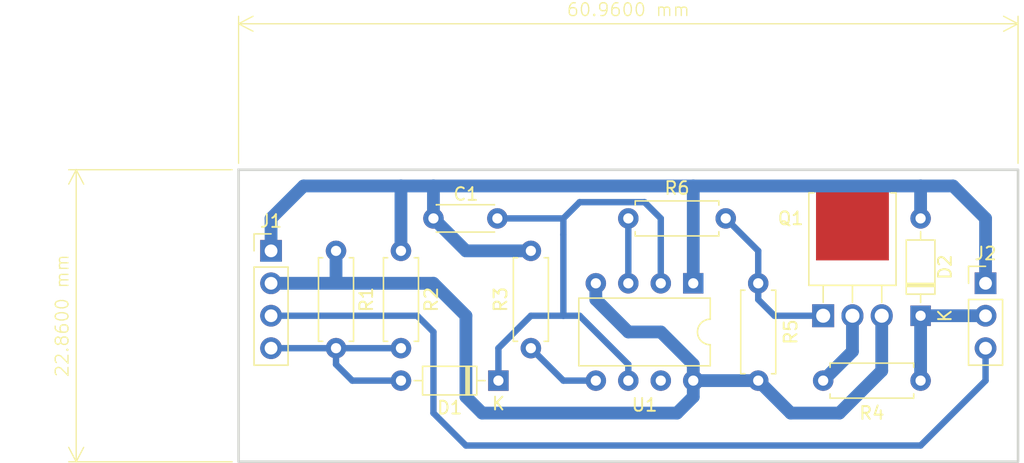
<source format=kicad_pcb>
(kicad_pcb (version 20240108) (generator "pcbnew") (generator_version "8.0")
  (layers (0 "F.Cu" signal) (31 "B.Cu" signal) (34 "B.Paste" user) (35 "F.Paste" user) (36 "B.SilkS" user "B.Silkscreen") (37 "F.SilkS" user "F.Silkscreen") (38 "B.Mask" user) (39 "F.Mask" user) (44 "Edge.Cuts" user))
  (net 0 "")
  (net 1 "Net-(D1-K)")
  (net 2 "GND")
  (net 3 "/PWM")
  (net 4 "/RPM")
  (net 5 "+12V")
  (net 6 "Net-(Q1-G)")
  (net 7 "Net-(Q1-D)")
  (net 8 "Net-(U1-CV)")
  (net 9 "Net-(U1-Q)")
  (net 11 "Net-(D2-K)")
  (footprint "Resistor_THT:R_Axial_DIN0207_L6.3mm_D2.5mm_P7.62mm_Horizontal" (layer "F.Cu") (at 134.62 53.34)
    (property "Reference" "R4" (at 3.81 2.54 360) (layer "F.SilkS"))
    (property "Value" "68")
    (fp_line (start 0.54 -1.37) (end 7.08 -1.37) (stroke (width 0.12)) (layer "F.SilkS"))
    (fp_line (start 0.54 -1.04) (end 0.54 -1.37) (stroke (width 0.12)) (layer "F.SilkS"))
    (fp_line (start 0.54 1.04) (end 0.54 1.37) (stroke (width 0.12)) (layer "F.SilkS"))
    (fp_line (start 0.54 1.37) (end 7.08 1.37) (stroke (width 0.12)) (layer "F.SilkS"))
    (fp_line (start 7.08 -1.37) (end 7.08 -1.04) (stroke (width 0.12)) (layer "F.SilkS"))
    (fp_line (start 7.08 1.37) (end 7.08 1.04) (stroke (width 0.12)) (layer "F.SilkS"))
    (pad "1" thru_hole circle (at 0 0) (size 1.6 1.6) (drill 0.8) (layers "*.Cu" "*.Mask") (net 7 "Net-(Q1-D)"))
    (pad "2" thru_hole oval (at 7.62 0) (size 1.6 1.6) (drill 0.8) (layers "*.Cu" "*.Mask") (net 11 "Net-(D2-K)"))
  )
  (footprint "Resistor_THT:R_Axial_DIN0207_L6.3mm_D2.5mm_P7.62mm_Horizontal" (layer "F.Cu") (at 119.38 40.64)
    (property "Reference" "R6" (at 3.81 -2.37 0) (layer "F.SilkS"))
    (property "Value" "10K")
    (fp_line (start 0.54 -1.37) (end 7.08 -1.37) (stroke (width 0.12)) (layer "F.SilkS"))
    (fp_line (start 0.54 -1.04) (end 0.54 -1.37) (stroke (width 0.12)) (layer "F.SilkS"))
    (fp_line (start 0.54 1.04) (end 0.54 1.37) (stroke (width 0.12)) (layer "F.SilkS"))
    (fp_line (start 0.54 1.37) (end 7.08 1.37) (stroke (width 0.12)) (layer "F.SilkS"))
    (fp_line (start 7.08 -1.37) (end 7.08 -1.04) (stroke (width 0.12)) (layer "F.SilkS"))
    (fp_line (start 7.08 1.37) (end 7.08 1.04) (stroke (width 0.12)) (layer "F.SilkS"))
    (pad "1" thru_hole circle (at 0 0) (size 1.6 1.6) (drill 0.8) (layers "*.Cu" "*.Mask") (net 9 "Net-(U1-Q)"))
    (pad "2" thru_hole oval (at 7.62 0) (size 1.6 1.6) (drill 0.8) (layers "*.Cu" "*.Mask") (net 6 "Net-(Q1-G)"))
  )
  (footprint "Diode_THT:D_DO-35_SOD27_P7.62mm_Horizontal" (layer "F.Cu") (at 109.22 53.34 180)
    (property "Reference" "D1" (at 3.81 -2.12 360) (layer "F.SilkS"))
    (property "Value" "D_Schottky")
    (fp_line (start 6.58 0) (end 5.93 0) (stroke (width 0.12)) (layer "F.SilkS"))
    (fp_line (start 5.93 1.12) (end 5.93 -1.12) (stroke (width 0.12)) (layer "F.SilkS"))
    (fp_line (start 5.93 -1.12) (end 1.69 -1.12) (stroke (width 0.12)) (layer "F.SilkS"))
    (fp_line (start 2.53 -1.12) (end 2.53 1.12) (stroke (width 0.12)) (layer "F.SilkS"))
    (fp_line (start 2.41 -1.12) (end 2.41 1.12) (stroke (width 0.12)) (layer "F.SilkS"))
    (fp_line (start 2.29 -1.12) (end 2.29 1.12) (stroke (width 0.12)) (layer "F.SilkS"))
    (fp_line (start 1.69 1.12) (end 5.93 1.12) (stroke (width 0.12)) (layer "F.SilkS"))
    (fp_line (start 1.69 -1.12) (end 1.69 1.12) (stroke (width 0.12)) (layer "F.SilkS"))
    (fp_line (start 1.04 0) (end 1.69 0) (stroke (width 0.12)) (layer "F.SilkS"))
    (fp_text user "K" (at 0 -1.8 360) (layer "F.SilkS"))
    (pad "1" thru_hole rect (at 0 0 180) (size 1.6 1.6) (drill 0.8) (layers "*.Cu" "*.Mask") (net 1 "Net-(D1-K)"))
    (pad "2" thru_hole oval (at 7.62 0 180) (size 1.6 1.6) (drill 0.8) (layers "*.Cu" "*.Mask") (net 3 "/PWM"))
  )
  (footprint "Package_DIP:DIP-8_W7.62mm" (layer "F.Cu") (at 124.46 45.72 -90)
    (property "Reference" "U1" (at 9.525 3.81 180) (layer "F.SilkS"))
    (property "Value" "SA555P")
    (fp_line (start 1.16 8.95) (end 6.46 8.95) (stroke (width 0.12)) (layer "F.SilkS"))
    (fp_line (start 6.46 8.95) (end 6.46 -1.33) (stroke (width 0.12)) (layer "F.SilkS"))
    (fp_line (start 1.16 -1.33) (end 1.16 8.95) (stroke (width 0.12)) (layer "F.SilkS"))
    (fp_line (start 2.81 -1.33) (end 1.16 -1.33) (stroke (width 0.12)) (layer "F.SilkS"))
    (fp_line (start 6.46 -1.33) (end 4.81 -1.33) (stroke (width 0.12)) (layer "F.SilkS"))
    (fp_arc (start 4.81 -1.33) (mid 3.81 -0.33) (end 2.81 -1.33) (stroke (width 0.12)) (layer "F.SilkS"))
    (pad "1" thru_hole rect (at 0 0 270) (size 1.6 1.6) (drill 0.8) (layers "*.Cu" "*.Mask") (net 2 "GND"))
    (pad "2" thru_hole oval (at 0 2.54 270) (size 1.6 1.6) (drill 0.8) (layers "*.Cu" "*.Mask") (net 1 "Net-(D1-K)"))
    (pad "3" thru_hole oval (at 0 5.08 270) (size 1.6 1.6) (drill 0.8) (layers "*.Cu" "*.Mask") (net 9 "Net-(U1-Q)"))
    (pad "4" thru_hole oval (at 0 7.62 270) (size 1.6 1.6) (drill 0.8) (layers "*.Cu" "*.Mask") (net 5 "+12V"))
    (pad "5" thru_hole oval (at 7.62 7.62 270) (size 1.6 1.6) (drill 0.8) (layers "*.Cu" "*.Mask") (net 8 "Net-(U1-CV)"))
    (pad "6" thru_hole oval (at 7.62 5.08 270) (size 1.6 1.6) (drill 0.8) (layers "*.Cu" "*.Mask") (net 1 "Net-(D1-K)"))
    (pad "7" thru_hole oval (at 7.62 2.54 270) (size 1.6 1.6) (drill 0.8) (layers "*.Cu" "*.Mask"))
    (pad "8" thru_hole oval (at 7.62 0 270) (size 1.6 1.6) (drill 0.8) (layers "*.Cu" "*.Mask") (net 5 "+12V"))
  )
  (footprint "Resistor_THT:R_Axial_DIN0207_L6.3mm_D2.5mm_P7.62mm_Horizontal" (layer "F.Cu") (at 129.54 53.34 90)
    (property "Reference" "R5" (at 3.81 2.54 90) (layer "F.SilkS"))
    (property "Value" "10K")
    (fp_line (start 7.08 -1.37) (end 7.08 -1.04) (stroke (width 0.12)) (layer "F.SilkS"))
    (fp_line (start 0.54 -1.37) (end 7.08 -1.37) (stroke (width 0.12)) (layer "F.SilkS"))
    (fp_line (start 0.54 -1.04) (end 0.54 -1.37) (stroke (width 0.12)) (layer "F.SilkS"))
    (fp_line (start 0.54 1.04) (end 0.54 1.37) (stroke (width 0.12)) (layer "F.SilkS"))
    (fp_line (start 7.08 1.37) (end 7.08 1.04) (stroke (width 0.12)) (layer "F.SilkS"))
    (fp_line (start 0.54 1.37) (end 7.08 1.37) (stroke (width 0.12)) (layer "F.SilkS"))
    (pad "1" thru_hole circle (at 0 0 90) (size 1.6 1.6) (drill 0.8) (layers "*.Cu" "*.Mask") (net 5 "+12V"))
    (pad "2" thru_hole oval (at 7.62 0 90) (size 1.6 1.6) (drill 0.8) (layers "*.Cu" "*.Mask") (net 6 "Net-(Q1-G)"))
  )
  (footprint "Resistor_THT:R_Axial_DIN0207_L6.3mm_D2.5mm_P7.62mm_Horizontal" (layer "F.Cu") (at 111.76 50.8 90)
    (property "Reference" "R3" (at 3.81 -2.37 90) (layer "F.SilkS"))
    (property "Value" "1.5K")
    (fp_line (start 7.08 -1.37) (end 7.08 -1.04) (stroke (width 0.12)) (layer "F.SilkS"))
    (fp_line (start 0.54 -1.37) (end 7.08 -1.37) (stroke (width 0.12)) (layer "F.SilkS"))
    (fp_line (start 0.54 -1.04) (end 0.54 -1.37) (stroke (width 0.12)) (layer "F.SilkS"))
    (fp_line (start 0.54 1.04) (end 0.54 1.37) (stroke (width 0.12)) (layer "F.SilkS"))
    (fp_line (start 7.08 1.37) (end 7.08 1.04) (stroke (width 0.12)) (layer "F.SilkS"))
    (fp_line (start 0.54 1.37) (end 7.08 1.37) (stroke (width 0.12)) (layer "F.SilkS"))
    (pad "1" thru_hole circle (at 0 0 90) (size 1.6 1.6) (drill 0.8) (layers "*.Cu" "*.Mask") (net 8 "Net-(U1-CV)"))
    (pad "2" thru_hole oval (at 7.62 0 90) (size 1.6 1.6) (drill 0.8) (layers "*.Cu" "*.Mask") (net 2 "GND"))
  )
  (footprint "Connector_PinHeader_2.54mm:PinHeader_1x04_P2.54mm_Vertical" (layer "F.Cu") (at 91.44 43.18)
    (property "Reference" "J1" (at 0 -2.33 0) (layer "F.SilkS"))
    (property "Value" "Fan_in")
    (fp_line (start -1.33 -1.33) (end 0 -1.33) (stroke (width 0.12)) (layer "F.SilkS"))
    (fp_line (start -1.33 0) (end -1.33 -1.33) (stroke (width 0.12)) (layer "F.SilkS"))
    (fp_line (start -1.33 1.27) (end -1.33 8.95) (stroke (width 0.12)) (layer "F.SilkS"))
    (fp_line (start -1.33 1.27) (end 1.33 1.27) (stroke (width 0.12)) (layer "F.SilkS"))
    (fp_line (start -1.33 8.95) (end 1.33 8.95) (stroke (width 0.12)) (layer "F.SilkS"))
    (fp_line (start 1.33 1.27) (end 1.33 8.95) (stroke (width 0.12)) (layer "F.SilkS"))
    (pad "1" thru_hole rect (at 0 0) (size 1.7 1.7) (drill 1) (layers "*.Cu" "*.Mask") (net 2 "GND"))
    (pad "2" thru_hole oval (at 0 2.54) (size 1.7 1.7) (drill 1) (layers "*.Cu" "*.Mask") (net 5 "+12V"))
    (pad "3" thru_hole oval (at 0 5.08) (size 1.7 1.7) (drill 1) (layers "*.Cu" "*.Mask") (net 4 "/RPM"))
    (pad "4" thru_hole oval (at 0 7.62) (size 1.7 1.7) (drill 1) (layers "*.Cu" "*.Mask") (net 3 "/PWM"))
  )
  (footprint "Connector_PinHeader_2.54mm:PinHeader_1x03_P2.54mm_Vertical" (layer "F.Cu") (at 147.32 45.72)
    (property "Reference" "J2" (at 0 -2.33 0) (layer "F.SilkS"))
    (property "Value" "Fan_out")
    (fp_line (start -1.33 -1.33) (end 0 -1.33) (stroke (width 0.12)) (layer "F.SilkS"))
    (fp_line (start -1.33 0) (end -1.33 -1.33) (stroke (width 0.12)) (layer "F.SilkS"))
    (fp_line (start -1.33 1.27) (end -1.33 6.41) (stroke (width 0.12)) (layer "F.SilkS"))
    (fp_line (start -1.33 1.27) (end 1.33 1.27) (stroke (width 0.12)) (layer "F.SilkS"))
    (fp_line (start -1.33 6.41) (end 1.33 6.41) (stroke (width 0.12)) (layer "F.SilkS"))
    (fp_line (start 1.33 1.27) (end 1.33 6.41) (stroke (width 0.12)) (layer "F.SilkS"))
    (pad "1" thru_hole rect (at 0 0) (size 1.7 1.7) (drill 1) (layers "*.Cu" "*.Mask") (net 2 "GND"))
    (pad "2" thru_hole oval (at 0 2.54) (size 1.7 1.7) (drill 1) (layers "*.Cu" "*.Mask") (net 11 "Net-(D2-K)"))
    (pad "3" thru_hole oval (at 0 5.08) (size 1.7 1.7) (drill 1) (layers "*.Cu" "*.Mask") (net 4 "/RPM"))
  )
  (footprint "Diode_THT:D_DO-35_SOD27_P7.62mm_Horizontal" (layer "F.Cu") (at 142.24 48.26 90)
    (property "Reference" "D2" (at 3.81 1.905 90) (layer "F.SilkS"))
    (property "Value" "D")
    (fp_line (start 5.93 -1.12) (end 1.69 -1.12) (stroke (width 0.12)) (layer "F.SilkS"))
    (fp_line (start 2.53 -1.12) (end 2.53 1.12) (stroke (width 0.12)) (layer "F.SilkS"))
    (fp_line (start 2.41 -1.12) (end 2.41 1.12) (stroke (width 0.12)) (layer "F.SilkS"))
    (fp_line (start 2.29 -1.12) (end 2.29 1.12) (stroke (width 0.12)) (layer "F.SilkS"))
    (fp_line (start 1.69 -1.12) (end 1.69 1.12) (stroke (width 0.12)) (layer "F.SilkS"))
    (fp_line (start 6.58 0) (end 5.93 0) (stroke (width 0.12)) (layer "F.SilkS"))
    (fp_line (start 1.04 0) (end 1.69 0) (stroke (width 0.12)) (layer "F.SilkS"))
    (fp_line (start 5.93 1.12) (end 5.93 -1.12) (stroke (width 0.12)) (layer "F.SilkS"))
    (fp_line (start 1.69 1.12) (end 5.93 1.12) (stroke (width 0.12)) (layer "F.SilkS"))
    (fp_text user "K" (at 0 1.905 90) (layer "F.SilkS"))
    (pad "1" thru_hole rect (at 0 0 90) (size 1.6 1.6) (drill 0.8) (layers "*.Cu" "*.Mask") (net 11 "Net-(D2-K)"))
    (pad "2" thru_hole oval (at 7.62 0 90) (size 1.6 1.6) (drill 0.8) (layers "*.Cu" "*.Mask") (net 2 "GND"))
  )
  (footprint "Resistor_THT:R_Axial_DIN0207_L6.3mm_D2.5mm_P7.62mm_Horizontal" (layer "F.Cu") (at 101.6 43.18 -90)
    (property "Reference" "R2" (at 3.81 -2.37 90) (layer "F.SilkS"))
    (property "Value" "3.3K")
    (fp_line (start 0.54 1.37) (end 7.08 1.37) (stroke (width 0.12)) (layer "F.SilkS"))
    (fp_line (start 7.08 1.37) (end 7.08 1.04) (stroke (width 0.12)) (layer "F.SilkS"))
    (fp_line (start 0.54 1.04) (end 0.54 1.37) (stroke (width 0.12)) (layer "F.SilkS"))
    (fp_line (start 0.54 -1.04) (end 0.54 -1.37) (stroke (width 0.12)) (layer "F.SilkS"))
    (fp_line (start 0.54 -1.37) (end 7.08 -1.37) (stroke (width 0.12)) (layer "F.SilkS"))
    (fp_line (start 7.08 -1.37) (end 7.08 -1.04) (stroke (width 0.12)) (layer "F.SilkS"))
    (pad "1" thru_hole circle (at 0 0 270) (size 1.6 1.6) (drill 0.8) (layers "*.Cu" "*.Mask") (net 2 "GND"))
    (pad "2" thru_hole oval (at 7.62 0 270) (size 1.6 1.6) (drill 0.8) (layers "*.Cu" "*.Mask") (net 3 "/PWM"))
  )
  (footprint "Resistor_THT:R_Axial_DIN0207_L6.3mm_D2.5mm_P7.62mm_Horizontal" (layer "F.Cu") (at 96.52 43.18 -90)
    (property "Reference" "R1" (at 3.81 -2.37 90) (layer "F.SilkS"))
    (property "Value" "10K")
    (fp_line (start 0.54 1.37) (end 7.08 1.37) (stroke (width 0.12)) (layer "F.SilkS"))
    (fp_line (start 7.08 1.37) (end 7.08 1.04) (stroke (width 0.12)) (layer "F.SilkS"))
    (fp_line (start 0.54 1.04) (end 0.54 1.37) (stroke (width 0.12)) (layer "F.SilkS"))
    (fp_line (start 0.54 -1.04) (end 0.54 -1.37) (stroke (width 0.12)) (layer "F.SilkS"))
    (fp_line (start 0.54 -1.37) (end 7.08 -1.37) (stroke (width 0.12)) (layer "F.SilkS"))
    (fp_line (start 7.08 -1.37) (end 7.08 -1.04) (stroke (width 0.12)) (layer "F.SilkS"))
    (pad "1" thru_hole circle (at 0 0 270) (size 1.6 1.6) (drill 0.8) (layers "*.Cu" "*.Mask") (net 5 "+12V"))
    (pad "2" thru_hole oval (at 7.62 0 270) (size 1.6 1.6) (drill 0.8) (layers "*.Cu" "*.Mask") (net 3 "/PWM"))
  )
  (footprint "Package_TO_SOT_THT:TO-251-3-1EP_Horizontal_TabDown" (layer "F.Cu") (at 134.62 48.26)
    (property "Reference" "Q1" (at -2.54 -7.62 360) (layer "F.SilkS"))
    (property "Value" "IRFU5305PbF")
    (fp_line (start -1.12 -9.62) (end -1.12 -2.38) (stroke (width 0.12)) (layer "F.SilkS"))
    (fp_line (start -1.12 -9.62) (end -0.711 -9.62) (stroke (width 0.12)) (layer "F.SilkS"))
    (fp_line (start -1.12 -2.38) (end 5.7 -2.38) (stroke (width 0.12)) (layer "F.SilkS"))
    (fp_line (start 0 -2.38) (end 0 -1.05) (stroke (width 0.12)) (layer "F.SilkS"))
    (fp_line (start 2.29 -2.38) (end 2.29 -1.05) (stroke (width 0.12)) (layer "F.SilkS"))
    (fp_line (start 4.58 -2.38) (end 4.58 -1.05) (stroke (width 0.12)) (layer "F.SilkS"))
    (fp_line (start 5.291 -9.62) (end 5.7 -9.62) (stroke (width 0.12)) (layer "F.SilkS"))
    (fp_line (start 5.7 -9.62) (end 5.7 -2.38) (stroke (width 0.12)) (layer "F.SilkS"))
    (pad "1" thru_hole rect (at 0 0) (size 1.7175 1.8) (drill 1.1) (layers "*.Cu" "*.Mask") (net 6 "Net-(Q1-G)"))
    (pad "2" thru_hole oval (at 2.29 0) (size 1.7175 1.8) (drill 1.1) (layers "*.Cu" "*.Mask") (net 7 "Net-(Q1-D)"))
    (pad "3" thru_hole oval (at 4.58 0) (size 1.7175 1.8) (drill 1.1) (layers "*.Cu" "*.Mask") (net 5 "+12V"))
    (pad "4" smd rect (at 2.29 -7.433333) (size 5.7 6.2) (layers "F.Cu" "F.Paste" "F.Mask"))
  )
  (footprint "Capacitor_THT:C_Disc_D4.3mm_W1.9mm_P5.00mm" (layer "F.Cu") (at 109.14 40.64 180)
    (property "Reference" "C1" (at 2.46 1.905 360) (layer "F.SilkS"))
    (property "Value" "10nF")
    (fp_line (start 4.77 1.055) (end 4.77 1.07) (stroke (width 0.12)) (layer "F.SilkS"))
    (fp_line (start 4.77 -1.07) (end 4.77 -1.055) (stroke (width 0.12)) (layer "F.SilkS"))
    (fp_line (start 0.23 1.07) (end 4.77 1.07) (stroke (width 0.12)) (layer "F.SilkS"))
    (fp_line (start 0.23 1.055) (end 0.23 1.07) (stroke (width 0.12)) (layer "F.SilkS"))
    (fp_line (start 0.23 -1.07) (end 4.77 -1.07) (stroke (width 0.12)) (layer "F.SilkS"))
    (fp_line (start 0.23 -1.07) (end 0.23 -1.055) (stroke (width 0.12)) (layer "F.SilkS"))
    (pad "1" thru_hole circle (at 0 0 180) (size 1.6 1.6) (drill 0.8) (layers "*.Cu" "*.Mask") (net 1 "Net-(D1-K)"))
    (pad "2" thru_hole circle (at 5 0 180) (size 1.6 1.6) (drill 0.8) (layers "*.Cu" "*.Mask") (net 2 "GND"))
  )
  (gr_rect (start 88.9 36.83) (end 149.86 59.69) (stroke (width 0.2)) (fill none) (layer "Edge.Cuts"))
  (dimension (type aligned) (layer "F.SilkS") (pts (xy 88.9 36.83) (xy 88.9 59.69)) (height 12.7) (gr_text "22.8600 mm" (at 75.1 48.26 90) (layer "F.SilkS") (effects (font (size 1 1) (thickness 0.1)))) (format (prefix "") (suffix "") (units 3) (units_format 1) (precision 4)) (style (thickness 0.1) (arrow_length 1.27) (text_position_mode 0) (extension_height 0.58642) (extension_offset 0.5) keep_text_aligned))
  (dimension (type aligned) (layer "F.SilkS") (pts (xy 88.9 36.83) (xy 149.86 36.83)) (height -11.43) (gr_text "60.9600 mm" (at 119.38 24.3 0) (layer "F.SilkS") (effects (font (size 1 1) (thickness 0.1)))) (format (prefix "") (suffix "") (units 3) (units_format 1) (precision 4)) (style (thickness 0.1) (arrow_length 1.27) (text_position_mode 0) (extension_height 0.58642) (extension_offset 0.5) keep_text_aligned))
  (segment (start 119.38 53.34) (end 119.38 52.07) (width 0.5) (layer "B.Cu") (net 1))
  (segment (start 121.92 45.72) (end 121.92 40.64) (width 0.5) (layer "B.Cu") (net 1))
  (segment (start 115.57 39.37) (end 114.3 40.64) (width 0.5) (layer "B.Cu") (net 1))
  (segment (start 109.14 40.64) (end 114.3 40.64) (width 0.5) (layer "B.Cu") (net 1))
  (segment (start 120.65 39.37) (end 115.57 39.37) (width 0.5) (layer "B.Cu") (net 1))
  (segment (start 121.92 40.64) (end 120.65 39.37) (width 0.5) (layer "B.Cu") (net 1))
  (segment (start 109.22 50.8) (end 111.76 48.26) (width 0.5) (layer "B.Cu") (net 1))
  (segment (start 119.38 52.07) (end 115.57 48.26) (width 0.5) (layer "B.Cu") (net 1))
  (segment (start 109.22 53.34) (end 109.22 50.8) (width 0.5) (layer "B.Cu") (net 1))
  (segment (start 114.3 41.91) (end 114.3 40.64) (width 0.5) (layer "B.Cu") (net 1))
  (segment (start 111.76 48.26) (end 114.3 48.26) (width 0.5) (layer "B.Cu") (net 1))
  (segment (start 114.3 48.26) (end 114.3 41.91) (width 0.5) (layer "B.Cu") (net 1))
  (segment (start 114.3 48.26) (end 115.57 48.26) (width 0.5) (layer "B.Cu") (net 1))
  (segment (start 101.6 38.1) (end 104.14 38.1) (width 1) (layer "B.Cu") (net 2))
  (segment (start 91.44 40.64) (end 93.98 38.1) (width 1) (layer "B.Cu") (net 2))
  (segment (start 147.32 40.64) (end 147.32 45.72) (width 1) (layer "B.Cu") (net 2))
  (segment (start 144.78 38.1) (end 147.32 40.64) (width 1) (layer "B.Cu") (net 2))
  (segment (start 124.46 38.1) (end 142.24 38.1) (width 1) (layer "B.Cu") (net 2))
  (segment (start 91.44 43.18) (end 91.44 40.64) (width 1) (layer "B.Cu") (net 2))
  (segment (start 104.14 38.1) (end 124.46 38.1) (width 1) (layer "B.Cu") (net 2))
  (segment (start 104.14 40.64) (end 104.14 38.1) (width 1) (layer "B.Cu") (net 2))
  (segment (start 106.68 43.18) (end 104.14 40.64) (width 1) (layer "B.Cu") (net 2))
  (segment (start 111.76 43.18) (end 106.68 43.18) (width 1) (layer "B.Cu") (net 2))
  (segment (start 142.24 38.1) (end 142.24 40.64) (width 1) (layer "B.Cu") (net 2))
  (segment (start 124.46 45.72) (end 124.46 38.1) (width 1) (layer "B.Cu") (net 2))
  (segment (start 142.24 38.1) (end 144.78 38.1) (width 1) (layer "B.Cu") (net 2))
  (segment (start 93.98 38.1) (end 101.6 38.1) (width 1) (layer "B.Cu") (net 2))
  (segment (start 101.6 43.18) (end 101.6 38.1) (width 1) (layer "B.Cu") (net 2))
  (segment (start 96.52 52.07) (end 97.79 53.34) (width 0.5) (layer "B.Cu") (net 3))
  (segment (start 101.6 53.34) (end 97.79 53.34) (width 0.5) (layer "B.Cu") (net 3))
  (segment (start 96.52 52.07) (end 96.52 50.8) (width 0.5) (layer "B.Cu") (net 3))
  (segment (start 96.52 50.8) (end 101.6 50.8) (width 0.5) (layer "B.Cu") (net 3))
  (segment (start 91.44 50.8) (end 96.52 50.8) (width 0.5) (layer "B.Cu") (net 3))
  (segment (start 104.14 55.88) (end 104.14 49.53) (width 0.5) (layer "B.Cu") (net 4))
  (segment (start 142.24 58.42) (end 106.68 58.42) (width 0.5) (layer "B.Cu") (net 4))
  (segment (start 102.87 48.26) (end 91.44 48.26) (width 0.5) (layer "B.Cu") (net 4))
  (segment (start 147.32 50.8) (end 147.32 53.34) (width 0.5) (layer "B.Cu") (net 4))
  (segment (start 104.14 55.88) (end 106.68 58.42) (width 0.5) (layer "B.Cu") (net 4))
  (segment (start 104.14 49.53) (end 102.87 48.26) (width 0.5) (layer "B.Cu") (net 4))
  (segment (start 147.32 53.34) (end 142.24 58.42) (width 0.5) (layer "B.Cu") (net 4))
  (segment (start 106.68 48.26) (end 104.14 45.72) (width 1) (layer "B.Cu") (net 5))
  (segment (start 106.68 54.61) (end 106.68 48.26) (width 1) (layer "B.Cu") (net 5))
  (segment (start 124.46 53.34) (end 124.46 54.61) (width 1) (layer "B.Cu") (net 5))
  (segment (start 96.52 45.72) (end 96.52 43.18) (width 1) (layer "B.Cu") (net 5))
  (segment (start 135.89 55.88) (end 139.2 52.57) (width 1) (layer "B.Cu") (net 5))
  (segment (start 124.46 53.34) (end 124.46 52.07) (width 1) (layer "B.Cu") (net 5))
  (segment (start 129.54 53.34) (end 132.08 55.88) (width 1) (layer "B.Cu") (net 5))
  (segment (start 132.08 55.88) (end 135.89 55.88) (width 1) (layer "B.Cu") (net 5))
  (segment (start 91.44 45.72) (end 96.52 45.72) (width 1) (layer "B.Cu") (net 5))
  (segment (start 116.84 46.99) (end 116.84 45.72) (width 1) (layer "B.Cu") (net 5))
  (segment (start 139.2 52.57) (end 139.2 48.26) (width 1) (layer "B.Cu") (net 5))
  (segment (start 106.68 54.61) (end 107.95 55.88) (width 1) (layer "B.Cu") (net 5))
  (segment (start 124.46 54.61) (end 123.19 55.88) (width 1) (layer "B.Cu") (net 5))
  (segment (start 104.14 45.72) (end 96.52 45.72) (width 1) (layer "B.Cu") (net 5))
  (segment (start 124.46 53.34) (end 129.54 53.34) (width 1) (layer "B.Cu") (net 5))
  (segment (start 121.92 49.53) (end 119.38 49.53) (width 1) (layer "B.Cu") (net 5))
  (segment (start 123.19 55.88) (end 107.95 55.88) (width 1) (layer "B.Cu") (net 5))
  (segment (start 124.46 52.07) (end 121.92 49.53) (width 1) (layer "B.Cu") (net 5))
  (segment (start 119.38 49.53) (end 116.84 46.99) (width 1) (layer "B.Cu") (net 5))
  (segment (start 129.54 46.99) (end 129.54 45.72) (width 0.5) (layer "B.Cu") (net 6))
  (segment (start 134.62 48.26) (end 130.81 48.26) (width 0.5) (layer "B.Cu") (net 6))
  (segment (start 129.54 43.18) (end 129.54 45.72) (width 0.5) (layer "B.Cu") (net 6))
  (segment (start 127 40.64) (end 129.54 43.18) (width 0.5) (layer "B.Cu") (net 6))
  (segment (start 130.81 48.26) (end 129.54 46.99) (width 0.5) (layer "B.Cu") (net 6))
  (segment (start 136.91 51.05) (end 134.62 53.34) (width 1) (layer "B.Cu") (net 7))
  (segment (start 136.91 48.26) (end 136.91 51.05) (width 1) (layer "B.Cu") (net 7))
  (segment (start 116.84 53.34) (end 114.3 53.34) (width 0.5) (layer "B.Cu") (net 8))
  (segment (start 111.76 50.8) (end 114.3 53.34) (width 0.5) (layer "B.Cu") (net 8))
  (segment (start 119.38 45.72) (end 119.38 40.64) (width 0.5) (layer "B.Cu") (net 9))
  (segment (start 142.24 48.26) (end 147.32 48.26) (width 1) (layer "B.Cu") (net 11))
  (segment (start 142.24 53.34) (end 142.24 48.26) (width 1) (layer "B.Cu") (net 11))
)
</source>
